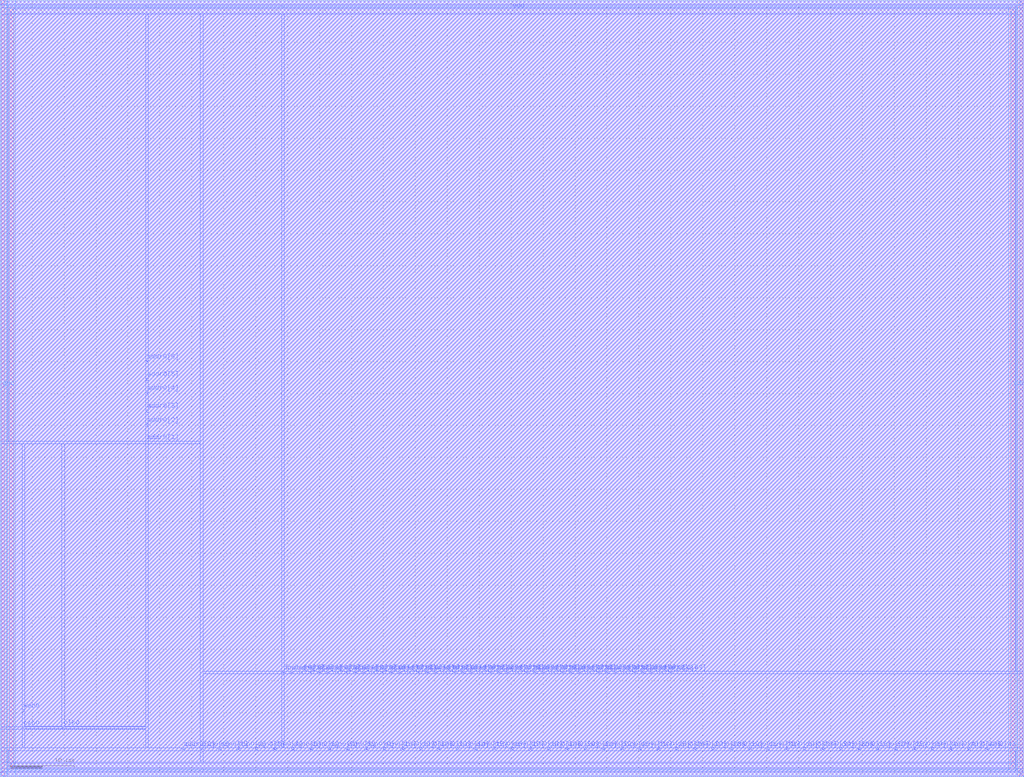
<source format=lef>
VERSION 5.4 ;
NAMESCASESENSITIVE ON ;
BUSBITCHARS "[]" ;
DIVIDERCHAR "/" ;
UNITS
  DATABASE MICRONS 2000 ;
END UNITS
MACRO freepdk45_sram_1rw0r_128x44
   CLASS BLOCK ;
   SIZE 160.3 BY 121.66 ;
   SYMMETRY X Y R90 ;
   PIN din0[0]
      DIRECTION INPUT ;
      PORT
         LAYER metal3 ;
         RECT  31.485 4.2375 31.62 4.3725 ;
      END
   END din0[0]
   PIN din0[1]
      DIRECTION INPUT ;
      PORT
         LAYER metal3 ;
         RECT  34.345 4.2375 34.48 4.3725 ;
      END
   END din0[1]
   PIN din0[2]
      DIRECTION INPUT ;
      PORT
         LAYER metal3 ;
         RECT  37.205 4.2375 37.34 4.3725 ;
      END
   END din0[2]
   PIN din0[3]
      DIRECTION INPUT ;
      PORT
         LAYER metal3 ;
         RECT  40.065 4.2375 40.2 4.3725 ;
      END
   END din0[3]
   PIN din0[4]
      DIRECTION INPUT ;
      PORT
         LAYER metal3 ;
         RECT  42.925 4.2375 43.06 4.3725 ;
      END
   END din0[4]
   PIN din0[5]
      DIRECTION INPUT ;
      PORT
         LAYER metal3 ;
         RECT  45.785 4.2375 45.92 4.3725 ;
      END
   END din0[5]
   PIN din0[6]
      DIRECTION INPUT ;
      PORT
         LAYER metal3 ;
         RECT  48.645 4.2375 48.78 4.3725 ;
      END
   END din0[6]
   PIN din0[7]
      DIRECTION INPUT ;
      PORT
         LAYER metal3 ;
         RECT  51.505 4.2375 51.64 4.3725 ;
      END
   END din0[7]
   PIN din0[8]
      DIRECTION INPUT ;
      PORT
         LAYER metal3 ;
         RECT  54.365 4.2375 54.5 4.3725 ;
      END
   END din0[8]
   PIN din0[9]
      DIRECTION INPUT ;
      PORT
         LAYER metal3 ;
         RECT  57.225 4.2375 57.36 4.3725 ;
      END
   END din0[9]
   PIN din0[10]
      DIRECTION INPUT ;
      PORT
         LAYER metal3 ;
         RECT  60.085 4.2375 60.22 4.3725 ;
      END
   END din0[10]
   PIN din0[11]
      DIRECTION INPUT ;
      PORT
         LAYER metal3 ;
         RECT  62.945 4.2375 63.08 4.3725 ;
      END
   END din0[11]
   PIN din0[12]
      DIRECTION INPUT ;
      PORT
         LAYER metal3 ;
         RECT  65.805 4.2375 65.94 4.3725 ;
      END
   END din0[12]
   PIN din0[13]
      DIRECTION INPUT ;
      PORT
         LAYER metal3 ;
         RECT  68.665 4.2375 68.8 4.3725 ;
      END
   END din0[13]
   PIN din0[14]
      DIRECTION INPUT ;
      PORT
         LAYER metal3 ;
         RECT  71.525 4.2375 71.66 4.3725 ;
      END
   END din0[14]
   PIN din0[15]
      DIRECTION INPUT ;
      PORT
         LAYER metal3 ;
         RECT  74.385 4.2375 74.52 4.3725 ;
      END
   END din0[15]
   PIN din0[16]
      DIRECTION INPUT ;
      PORT
         LAYER metal3 ;
         RECT  77.245 4.2375 77.38 4.3725 ;
      END
   END din0[16]
   PIN din0[17]
      DIRECTION INPUT ;
      PORT
         LAYER metal3 ;
         RECT  80.105 4.2375 80.24 4.3725 ;
      END
   END din0[17]
   PIN din0[18]
      DIRECTION INPUT ;
      PORT
         LAYER metal3 ;
         RECT  82.965 4.2375 83.1 4.3725 ;
      END
   END din0[18]
   PIN din0[19]
      DIRECTION INPUT ;
      PORT
         LAYER metal3 ;
         RECT  85.825 4.2375 85.96 4.3725 ;
      END
   END din0[19]
   PIN din0[20]
      DIRECTION INPUT ;
      PORT
         LAYER metal3 ;
         RECT  88.685 4.2375 88.82 4.3725 ;
      END
   END din0[20]
   PIN din0[21]
      DIRECTION INPUT ;
      PORT
         LAYER metal3 ;
         RECT  91.545 4.2375 91.68 4.3725 ;
      END
   END din0[21]
   PIN din0[22]
      DIRECTION INPUT ;
      PORT
         LAYER metal3 ;
         RECT  94.405 4.2375 94.54 4.3725 ;
      END
   END din0[22]
   PIN din0[23]
      DIRECTION INPUT ;
      PORT
         LAYER metal3 ;
         RECT  97.265 4.2375 97.4 4.3725 ;
      END
   END din0[23]
   PIN din0[24]
      DIRECTION INPUT ;
      PORT
         LAYER metal3 ;
         RECT  100.125 4.2375 100.26 4.3725 ;
      END
   END din0[24]
   PIN din0[25]
      DIRECTION INPUT ;
      PORT
         LAYER metal3 ;
         RECT  102.985 4.2375 103.12 4.3725 ;
      END
   END din0[25]
   PIN din0[26]
      DIRECTION INPUT ;
      PORT
         LAYER metal3 ;
         RECT  105.845 4.2375 105.98 4.3725 ;
      END
   END din0[26]
   PIN din0[27]
      DIRECTION INPUT ;
      PORT
         LAYER metal3 ;
         RECT  108.705 4.2375 108.84 4.3725 ;
      END
   END din0[27]
   PIN din0[28]
      DIRECTION INPUT ;
      PORT
         LAYER metal3 ;
         RECT  111.565 4.2375 111.7 4.3725 ;
      END
   END din0[28]
   PIN din0[29]
      DIRECTION INPUT ;
      PORT
         LAYER metal3 ;
         RECT  114.425 4.2375 114.56 4.3725 ;
      END
   END din0[29]
   PIN din0[30]
      DIRECTION INPUT ;
      PORT
         LAYER metal3 ;
         RECT  117.285 4.2375 117.42 4.3725 ;
      END
   END din0[30]
   PIN din0[31]
      DIRECTION INPUT ;
      PORT
         LAYER metal3 ;
         RECT  120.145 4.2375 120.28 4.3725 ;
      END
   END din0[31]
   PIN din0[32]
      DIRECTION INPUT ;
      PORT
         LAYER metal3 ;
         RECT  123.005 4.2375 123.14 4.3725 ;
      END
   END din0[32]
   PIN din0[33]
      DIRECTION INPUT ;
      PORT
         LAYER metal3 ;
         RECT  125.865 4.2375 126.0 4.3725 ;
      END
   END din0[33]
   PIN din0[34]
      DIRECTION INPUT ;
      PORT
         LAYER metal3 ;
         RECT  128.725 4.2375 128.86 4.3725 ;
      END
   END din0[34]
   PIN din0[35]
      DIRECTION INPUT ;
      PORT
         LAYER metal3 ;
         RECT  131.585 4.2375 131.72 4.3725 ;
      END
   END din0[35]
   PIN din0[36]
      DIRECTION INPUT ;
      PORT
         LAYER metal3 ;
         RECT  134.445 4.2375 134.58 4.3725 ;
      END
   END din0[36]
   PIN din0[37]
      DIRECTION INPUT ;
      PORT
         LAYER metal3 ;
         RECT  137.305 4.2375 137.44 4.3725 ;
      END
   END din0[37]
   PIN din0[38]
      DIRECTION INPUT ;
      PORT
         LAYER metal3 ;
         RECT  140.165 4.2375 140.3 4.3725 ;
      END
   END din0[38]
   PIN din0[39]
      DIRECTION INPUT ;
      PORT
         LAYER metal3 ;
         RECT  143.025 4.2375 143.16 4.3725 ;
      END
   END din0[39]
   PIN din0[40]
      DIRECTION INPUT ;
      PORT
         LAYER metal3 ;
         RECT  145.885 4.2375 146.02 4.3725 ;
      END
   END din0[40]
   PIN din0[41]
      DIRECTION INPUT ;
      PORT
         LAYER metal3 ;
         RECT  148.745 4.2375 148.88 4.3725 ;
      END
   END din0[41]
   PIN din0[42]
      DIRECTION INPUT ;
      PORT
         LAYER metal3 ;
         RECT  151.605 4.2375 151.74 4.3725 ;
      END
   END din0[42]
   PIN din0[43]
      DIRECTION INPUT ;
      PORT
         LAYER metal3 ;
         RECT  154.465 4.2375 154.6 4.3725 ;
      END
   END din0[43]
   PIN addr0[0]
      DIRECTION INPUT ;
      PORT
         LAYER metal3 ;
         RECT  28.625 4.2375 28.76 4.3725 ;
      END
   END addr0[0]
   PIN addr0[1]
      DIRECTION INPUT ;
      PORT
         LAYER metal3 ;
         RECT  22.905 52.2775 23.04 52.4125 ;
      END
   END addr0[1]
   PIN addr0[2]
      DIRECTION INPUT ;
      PORT
         LAYER metal3 ;
         RECT  22.905 55.0075 23.04 55.1425 ;
      END
   END addr0[2]
   PIN addr0[3]
      DIRECTION INPUT ;
      PORT
         LAYER metal3 ;
         RECT  22.905 57.2175 23.04 57.3525 ;
      END
   END addr0[3]
   PIN addr0[4]
      DIRECTION INPUT ;
      PORT
         LAYER metal3 ;
         RECT  22.905 59.9475 23.04 60.0825 ;
      END
   END addr0[4]
   PIN addr0[5]
      DIRECTION INPUT ;
      PORT
         LAYER metal3 ;
         RECT  22.905 62.1575 23.04 62.2925 ;
      END
   END addr0[5]
   PIN addr0[6]
      DIRECTION INPUT ;
      PORT
         LAYER metal3 ;
         RECT  22.905 64.8875 23.04 65.0225 ;
      END
   END addr0[6]
   PIN csb0
      DIRECTION INPUT ;
      PORT
         LAYER metal3 ;
         RECT  3.565 7.5575 3.7 7.6925 ;
      END
   END csb0
   PIN web0
      DIRECTION INPUT ;
      PORT
         LAYER metal3 ;
         RECT  3.565 10.2875 3.7 10.4225 ;
      END
   END web0
   PIN clk0
      DIRECTION INPUT ;
      PORT
         LAYER metal3 ;
         RECT  9.8075 7.6425 9.9425 7.7775 ;
      END
   END clk0
   PIN dout0[0]
      DIRECTION OUTPUT ;
      PORT
         LAYER metal3 ;
         RECT  44.2175 16.25 44.3525 16.385 ;
      END
   END dout0[0]
   PIN dout0[1]
      DIRECTION OUTPUT ;
      PORT
         LAYER metal3 ;
         RECT  45.6275 16.25 45.7625 16.385 ;
      END
   END dout0[1]
   PIN dout0[2]
      DIRECTION OUTPUT ;
      PORT
         LAYER metal3 ;
         RECT  47.0375 16.25 47.1725 16.385 ;
      END
   END dout0[2]
   PIN dout0[3]
      DIRECTION OUTPUT ;
      PORT
         LAYER metal3 ;
         RECT  48.4475 16.25 48.5825 16.385 ;
      END
   END dout0[3]
   PIN dout0[4]
      DIRECTION OUTPUT ;
      PORT
         LAYER metal3 ;
         RECT  49.8575 16.25 49.9925 16.385 ;
      END
   END dout0[4]
   PIN dout0[5]
      DIRECTION OUTPUT ;
      PORT
         LAYER metal3 ;
         RECT  51.2675 16.25 51.4025 16.385 ;
      END
   END dout0[5]
   PIN dout0[6]
      DIRECTION OUTPUT ;
      PORT
         LAYER metal3 ;
         RECT  52.6775 16.25 52.8125 16.385 ;
      END
   END dout0[6]
   PIN dout0[7]
      DIRECTION OUTPUT ;
      PORT
         LAYER metal3 ;
         RECT  54.0875 16.25 54.2225 16.385 ;
      END
   END dout0[7]
   PIN dout0[8]
      DIRECTION OUTPUT ;
      PORT
         LAYER metal3 ;
         RECT  55.4975 16.25 55.6325 16.385 ;
      END
   END dout0[8]
   PIN dout0[9]
      DIRECTION OUTPUT ;
      PORT
         LAYER metal3 ;
         RECT  56.9075 16.25 57.0425 16.385 ;
      END
   END dout0[9]
   PIN dout0[10]
      DIRECTION OUTPUT ;
      PORT
         LAYER metal3 ;
         RECT  58.3175 16.25 58.4525 16.385 ;
      END
   END dout0[10]
   PIN dout0[11]
      DIRECTION OUTPUT ;
      PORT
         LAYER metal3 ;
         RECT  59.7275 16.25 59.8625 16.385 ;
      END
   END dout0[11]
   PIN dout0[12]
      DIRECTION OUTPUT ;
      PORT
         LAYER metal3 ;
         RECT  61.1375 16.25 61.2725 16.385 ;
      END
   END dout0[12]
   PIN dout0[13]
      DIRECTION OUTPUT ;
      PORT
         LAYER metal3 ;
         RECT  62.5475 16.25 62.6825 16.385 ;
      END
   END dout0[13]
   PIN dout0[14]
      DIRECTION OUTPUT ;
      PORT
         LAYER metal3 ;
         RECT  63.9575 16.25 64.0925 16.385 ;
      END
   END dout0[14]
   PIN dout0[15]
      DIRECTION OUTPUT ;
      PORT
         LAYER metal3 ;
         RECT  65.3675 16.25 65.5025 16.385 ;
      END
   END dout0[15]
   PIN dout0[16]
      DIRECTION OUTPUT ;
      PORT
         LAYER metal3 ;
         RECT  66.7775 16.25 66.9125 16.385 ;
      END
   END dout0[16]
   PIN dout0[17]
      DIRECTION OUTPUT ;
      PORT
         LAYER metal3 ;
         RECT  68.1875 16.25 68.3225 16.385 ;
      END
   END dout0[17]
   PIN dout0[18]
      DIRECTION OUTPUT ;
      PORT
         LAYER metal3 ;
         RECT  69.5975 16.25 69.7325 16.385 ;
      END
   END dout0[18]
   PIN dout0[19]
      DIRECTION OUTPUT ;
      PORT
         LAYER metal3 ;
         RECT  71.0075 16.25 71.1425 16.385 ;
      END
   END dout0[19]
   PIN dout0[20]
      DIRECTION OUTPUT ;
      PORT
         LAYER metal3 ;
         RECT  72.4175 16.25 72.5525 16.385 ;
      END
   END dout0[20]
   PIN dout0[21]
      DIRECTION OUTPUT ;
      PORT
         LAYER metal3 ;
         RECT  73.8275 16.25 73.9625 16.385 ;
      END
   END dout0[21]
   PIN dout0[22]
      DIRECTION OUTPUT ;
      PORT
         LAYER metal3 ;
         RECT  75.2375 16.25 75.3725 16.385 ;
      END
   END dout0[22]
   PIN dout0[23]
      DIRECTION OUTPUT ;
      PORT
         LAYER metal3 ;
         RECT  76.6475 16.25 76.7825 16.385 ;
      END
   END dout0[23]
   PIN dout0[24]
      DIRECTION OUTPUT ;
      PORT
         LAYER metal3 ;
         RECT  78.0575 16.25 78.1925 16.385 ;
      END
   END dout0[24]
   PIN dout0[25]
      DIRECTION OUTPUT ;
      PORT
         LAYER metal3 ;
         RECT  79.4675 16.25 79.6025 16.385 ;
      END
   END dout0[25]
   PIN dout0[26]
      DIRECTION OUTPUT ;
      PORT
         LAYER metal3 ;
         RECT  80.8775 16.25 81.0125 16.385 ;
      END
   END dout0[26]
   PIN dout0[27]
      DIRECTION OUTPUT ;
      PORT
         LAYER metal3 ;
         RECT  82.2875 16.25 82.4225 16.385 ;
      END
   END dout0[27]
   PIN dout0[28]
      DIRECTION OUTPUT ;
      PORT
         LAYER metal3 ;
         RECT  83.6975 16.25 83.8325 16.385 ;
      END
   END dout0[28]
   PIN dout0[29]
      DIRECTION OUTPUT ;
      PORT
         LAYER metal3 ;
         RECT  85.1075 16.25 85.2425 16.385 ;
      END
   END dout0[29]
   PIN dout0[30]
      DIRECTION OUTPUT ;
      PORT
         LAYER metal3 ;
         RECT  86.5175 16.25 86.6525 16.385 ;
      END
   END dout0[30]
   PIN dout0[31]
      DIRECTION OUTPUT ;
      PORT
         LAYER metal3 ;
         RECT  87.9275 16.25 88.0625 16.385 ;
      END
   END dout0[31]
   PIN dout0[32]
      DIRECTION OUTPUT ;
      PORT
         LAYER metal3 ;
         RECT  89.3375 16.25 89.4725 16.385 ;
      END
   END dout0[32]
   PIN dout0[33]
      DIRECTION OUTPUT ;
      PORT
         LAYER metal3 ;
         RECT  90.7475 16.25 90.8825 16.385 ;
      END
   END dout0[33]
   PIN dout0[34]
      DIRECTION OUTPUT ;
      PORT
         LAYER metal3 ;
         RECT  92.1575 16.25 92.2925 16.385 ;
      END
   END dout0[34]
   PIN dout0[35]
      DIRECTION OUTPUT ;
      PORT
         LAYER metal3 ;
         RECT  93.5675 16.25 93.7025 16.385 ;
      END
   END dout0[35]
   PIN dout0[36]
      DIRECTION OUTPUT ;
      PORT
         LAYER metal3 ;
         RECT  94.9775 16.25 95.1125 16.385 ;
      END
   END dout0[36]
   PIN dout0[37]
      DIRECTION OUTPUT ;
      PORT
         LAYER metal3 ;
         RECT  96.3875 16.25 96.5225 16.385 ;
      END
   END dout0[37]
   PIN dout0[38]
      DIRECTION OUTPUT ;
      PORT
         LAYER metal3 ;
         RECT  97.7975 16.25 97.9325 16.385 ;
      END
   END dout0[38]
   PIN dout0[39]
      DIRECTION OUTPUT ;
      PORT
         LAYER metal3 ;
         RECT  99.2075 16.25 99.3425 16.385 ;
      END
   END dout0[39]
   PIN dout0[40]
      DIRECTION OUTPUT ;
      PORT
         LAYER metal3 ;
         RECT  100.6175 16.25 100.7525 16.385 ;
      END
   END dout0[40]
   PIN dout0[41]
      DIRECTION OUTPUT ;
      PORT
         LAYER metal3 ;
         RECT  102.0275 16.25 102.1625 16.385 ;
      END
   END dout0[41]
   PIN dout0[42]
      DIRECTION OUTPUT ;
      PORT
         LAYER metal3 ;
         RECT  103.4375 16.25 103.5725 16.385 ;
      END
   END dout0[42]
   PIN dout0[43]
      DIRECTION OUTPUT ;
      PORT
         LAYER metal3 ;
         RECT  104.8475 16.25 104.9825 16.385 ;
      END
   END dout0[43]
   PIN vdd
      DIRECTION INOUT ;
      USE POWER ; 
      SHAPE ABUTMENT ; 
      PORT
         LAYER metal4 ;
         RECT  1.4 1.4 2.1 120.26 ;
         LAYER metal3 ;
         RECT  1.4 1.4 158.9 2.1 ;
         LAYER metal4 ;
         RECT  158.2 1.4 158.9 120.26 ;
         LAYER metal3 ;
         RECT  1.4 119.56 158.9 120.26 ;
      END
   END vdd
   PIN gnd
      DIRECTION INOUT ;
      USE GROUND ; 
      SHAPE ABUTMENT ; 
      PORT
         LAYER metal3 ;
         RECT  0.0 0.0 160.3 0.7 ;
         LAYER metal3 ;
         RECT  0.0 120.96 160.3 121.66 ;
         LAYER metal4 ;
         RECT  159.6 0.0 160.3 121.66 ;
         LAYER metal4 ;
         RECT  0.0 0.0 0.7 121.66 ;
      END
   END gnd
   OBS
   LAYER  metal1 ;
      RECT  0.14 0.14 160.16 121.52 ;
   LAYER  metal2 ;
      RECT  0.14 0.14 160.16 121.52 ;
   LAYER  metal3 ;
      RECT  31.76 4.0975 34.205 4.5125 ;
      RECT  34.62 4.0975 37.065 4.5125 ;
      RECT  37.48 4.0975 39.925 4.5125 ;
      RECT  40.34 4.0975 42.785 4.5125 ;
      RECT  43.2 4.0975 45.645 4.5125 ;
      RECT  46.06 4.0975 48.505 4.5125 ;
      RECT  48.92 4.0975 51.365 4.5125 ;
      RECT  51.78 4.0975 54.225 4.5125 ;
      RECT  54.64 4.0975 57.085 4.5125 ;
      RECT  57.5 4.0975 59.945 4.5125 ;
      RECT  60.36 4.0975 62.805 4.5125 ;
      RECT  63.22 4.0975 65.665 4.5125 ;
      RECT  66.08 4.0975 68.525 4.5125 ;
      RECT  68.94 4.0975 71.385 4.5125 ;
      RECT  71.8 4.0975 74.245 4.5125 ;
      RECT  74.66 4.0975 77.105 4.5125 ;
      RECT  77.52 4.0975 79.965 4.5125 ;
      RECT  80.38 4.0975 82.825 4.5125 ;
      RECT  83.24 4.0975 85.685 4.5125 ;
      RECT  86.1 4.0975 88.545 4.5125 ;
      RECT  88.96 4.0975 91.405 4.5125 ;
      RECT  91.82 4.0975 94.265 4.5125 ;
      RECT  94.68 4.0975 97.125 4.5125 ;
      RECT  97.54 4.0975 99.985 4.5125 ;
      RECT  100.4 4.0975 102.845 4.5125 ;
      RECT  103.26 4.0975 105.705 4.5125 ;
      RECT  106.12 4.0975 108.565 4.5125 ;
      RECT  108.98 4.0975 111.425 4.5125 ;
      RECT  111.84 4.0975 114.285 4.5125 ;
      RECT  114.7 4.0975 117.145 4.5125 ;
      RECT  117.56 4.0975 120.005 4.5125 ;
      RECT  120.42 4.0975 122.865 4.5125 ;
      RECT  123.28 4.0975 125.725 4.5125 ;
      RECT  126.14 4.0975 128.585 4.5125 ;
      RECT  129.0 4.0975 131.445 4.5125 ;
      RECT  131.86 4.0975 134.305 4.5125 ;
      RECT  134.72 4.0975 137.165 4.5125 ;
      RECT  137.58 4.0975 140.025 4.5125 ;
      RECT  140.44 4.0975 142.885 4.5125 ;
      RECT  143.3 4.0975 145.745 4.5125 ;
      RECT  146.16 4.0975 148.605 4.5125 ;
      RECT  149.02 4.0975 151.465 4.5125 ;
      RECT  151.88 4.0975 154.325 4.5125 ;
      RECT  154.74 4.0975 160.16 4.5125 ;
      RECT  0.14 4.0975 28.485 4.5125 ;
      RECT  28.9 4.0975 31.345 4.5125 ;
      RECT  0.14 52.1375 22.765 52.5525 ;
      RECT  22.765 4.5125 23.18 52.1375 ;
      RECT  23.18 4.5125 31.345 52.1375 ;
      RECT  23.18 52.1375 31.345 52.5525 ;
      RECT  22.765 52.5525 23.18 54.8675 ;
      RECT  22.765 55.2825 23.18 57.0775 ;
      RECT  22.765 57.4925 23.18 59.8075 ;
      RECT  22.765 60.2225 23.18 62.0175 ;
      RECT  22.765 62.4325 23.18 64.7475 ;
      RECT  0.14 4.5125 3.425 7.4175 ;
      RECT  0.14 7.4175 3.425 7.8325 ;
      RECT  0.14 7.8325 3.425 52.1375 ;
      RECT  3.425 4.5125 3.84 7.4175 ;
      RECT  3.84 4.5125 22.765 7.4175 ;
      RECT  3.425 7.8325 3.84 10.1475 ;
      RECT  3.425 10.5625 3.84 52.1375 ;
      RECT  3.84 7.4175 9.6675 7.5025 ;
      RECT  3.84 7.5025 9.6675 7.8325 ;
      RECT  9.6675 7.4175 10.0825 7.5025 ;
      RECT  10.0825 7.4175 22.765 7.5025 ;
      RECT  10.0825 7.5025 22.765 7.8325 ;
      RECT  3.84 7.8325 9.6675 7.9175 ;
      RECT  3.84 7.9175 9.6675 52.1375 ;
      RECT  9.6675 7.9175 10.0825 52.1375 ;
      RECT  10.0825 7.8325 22.765 7.9175 ;
      RECT  10.0825 7.9175 22.765 52.1375 ;
      RECT  31.76 4.5125 44.0775 16.11 ;
      RECT  31.76 16.11 44.0775 16.525 ;
      RECT  44.0775 4.5125 44.4925 16.11 ;
      RECT  44.4925 4.5125 160.16 16.11 ;
      RECT  44.4925 16.11 45.4875 16.525 ;
      RECT  45.9025 16.11 46.8975 16.525 ;
      RECT  47.3125 16.11 48.3075 16.525 ;
      RECT  48.7225 16.11 49.7175 16.525 ;
      RECT  50.1325 16.11 51.1275 16.525 ;
      RECT  51.5425 16.11 52.5375 16.525 ;
      RECT  52.9525 16.11 53.9475 16.525 ;
      RECT  54.3625 16.11 55.3575 16.525 ;
      RECT  55.7725 16.11 56.7675 16.525 ;
      RECT  57.1825 16.11 58.1775 16.525 ;
      RECT  58.5925 16.11 59.5875 16.525 ;
      RECT  60.0025 16.11 60.9975 16.525 ;
      RECT  61.4125 16.11 62.4075 16.525 ;
      RECT  62.8225 16.11 63.8175 16.525 ;
      RECT  64.2325 16.11 65.2275 16.525 ;
      RECT  65.6425 16.11 66.6375 16.525 ;
      RECT  67.0525 16.11 68.0475 16.525 ;
      RECT  68.4625 16.11 69.4575 16.525 ;
      RECT  69.8725 16.11 70.8675 16.525 ;
      RECT  71.2825 16.11 72.2775 16.525 ;
      RECT  72.6925 16.11 73.6875 16.525 ;
      RECT  74.1025 16.11 75.0975 16.525 ;
      RECT  75.5125 16.11 76.5075 16.525 ;
      RECT  76.9225 16.11 77.9175 16.525 ;
      RECT  78.3325 16.11 79.3275 16.525 ;
      RECT  79.7425 16.11 80.7375 16.525 ;
      RECT  81.1525 16.11 82.1475 16.525 ;
      RECT  82.5625 16.11 83.5575 16.525 ;
      RECT  83.9725 16.11 84.9675 16.525 ;
      RECT  85.3825 16.11 86.3775 16.525 ;
      RECT  86.7925 16.11 87.7875 16.525 ;
      RECT  88.2025 16.11 89.1975 16.525 ;
      RECT  89.6125 16.11 90.6075 16.525 ;
      RECT  91.0225 16.11 92.0175 16.525 ;
      RECT  92.4325 16.11 93.4275 16.525 ;
      RECT  93.8425 16.11 94.8375 16.525 ;
      RECT  95.2525 16.11 96.2475 16.525 ;
      RECT  96.6625 16.11 97.6575 16.525 ;
      RECT  98.0725 16.11 99.0675 16.525 ;
      RECT  99.4825 16.11 100.4775 16.525 ;
      RECT  100.8925 16.11 101.8875 16.525 ;
      RECT  102.3025 16.11 103.2975 16.525 ;
      RECT  103.7125 16.11 104.7075 16.525 ;
      RECT  105.1225 16.11 160.16 16.525 ;
      RECT  0.14 1.26 1.26 2.24 ;
      RECT  0.14 2.24 1.26 4.0975 ;
      RECT  1.26 2.24 31.345 4.0975 ;
      RECT  31.345 2.24 31.76 4.0975 ;
      RECT  31.76 2.24 159.04 4.0975 ;
      RECT  159.04 1.26 160.16 2.24 ;
      RECT  159.04 2.24 160.16 4.0975 ;
      RECT  31.345 4.5125 31.76 119.42 ;
      RECT  0.14 52.5525 1.26 119.42 ;
      RECT  0.14 119.42 1.26 120.4 ;
      RECT  1.26 52.5525 22.765 119.42 ;
      RECT  23.18 52.5525 31.345 119.42 ;
      RECT  22.765 65.1625 23.18 119.42 ;
      RECT  31.76 16.525 44.0775 119.42 ;
      RECT  44.0775 16.525 44.4925 119.42 ;
      RECT  44.4925 16.525 159.04 119.42 ;
      RECT  159.04 16.525 160.16 119.42 ;
      RECT  159.04 119.42 160.16 120.4 ;
      RECT  0.14 0.84 1.26 1.26 ;
      RECT  1.26 0.84 31.345 1.26 ;
      RECT  31.345 0.84 31.76 1.26 ;
      RECT  31.76 0.84 159.04 1.26 ;
      RECT  159.04 0.84 160.16 1.26 ;
      RECT  31.345 120.4 31.76 120.82 ;
      RECT  0.14 120.4 1.26 120.82 ;
      RECT  1.26 120.4 22.765 120.82 ;
      RECT  23.18 120.4 31.345 120.82 ;
      RECT  22.765 120.4 23.18 120.82 ;
      RECT  31.76 120.4 44.0775 120.82 ;
      RECT  44.0775 120.4 44.4925 120.82 ;
      RECT  44.4925 120.4 159.04 120.82 ;
      RECT  159.04 120.4 160.16 120.82 ;
   LAYER  metal4 ;
      RECT  1.12 0.14 2.38 1.12 ;
      RECT  1.12 120.54 2.38 121.52 ;
      RECT  2.38 1.12 157.92 120.54 ;
      RECT  2.38 0.14 159.32 1.12 ;
      RECT  2.38 120.54 159.32 121.52 ;
      RECT  159.18 1.12 159.32 120.54 ;
      RECT  0.98 0.14 1.12 1.12 ;
      RECT  0.98 1.12 1.12 120.54 ;
      RECT  0.98 120.54 1.12 121.52 ;
   END
END    freepdk45_sram_1rw0r_128x44
END    LIBRARY

</source>
